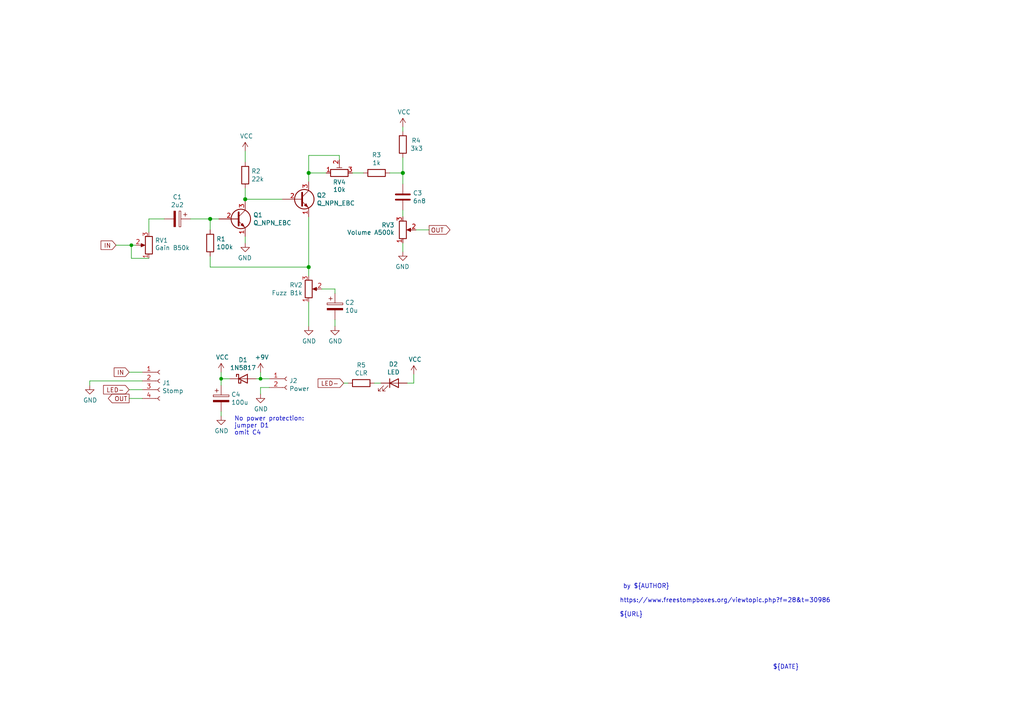
<source format=kicad_sch>
(kicad_sch (version 20201015) (generator eeschema)
  (page 1 1)
  (paper "A4")
  (lib_symbols
    (symbol "Connector:Conn_01x02_Female" (pin_names (offset 1.016) hide)
      (property "Reference" "J" (at 0 2.54 0))
      (property "Value" "Conn_01x02_Female" (at 0 -5.08 0))
      (symbol "Conn_01x02_Female_1_1"
        (arc (start 0 -2.032) (end 0 -3.048) (radius (at 0 -2.54) (length 0.508) (angles 90.1 -90.1)) (stroke (width 0.1524)))
        (arc (start 0 0.508) (end 0 -0.508) (radius (at 0 0) (length 0.508) (angles 90.1 -90.1)) (stroke (width 0.1524)))
        (polyline (pts (xy -1.27 -2.54) (xy -0.508 -2.54)) (stroke (width 0.1524)))
        (polyline (pts (xy -1.27 0) (xy -0.508 0)) (stroke (width 0.1524)))
        (pin passive line (at -5.08 0 0) (length 3.81) (name "Pin_1") (number "1"))
        (pin passive line (at -5.08 -2.54 0) (length 3.81) (name "Pin_2") (number "2"))
      )
    )
    (symbol "Connector:Conn_01x04_Female" (pin_names (offset 1.016) hide)
      (property "Reference" "J" (at 0 5.08 0))
      (property "Value" "Conn_01x04_Female" (at 0 -7.62 0))
      (symbol "Conn_01x04_Female_1_1"
        (arc (start 0 -4.572) (end 0 -5.588) (radius (at 0 -5.08) (length 0.508) (angles 90.1 -90.1)) (stroke (width 0.1524)))
        (arc (start 0 -2.032) (end 0 -3.048) (radius (at 0 -2.54) (length 0.508) (angles 90.1 -90.1)) (stroke (width 0.1524)))
        (arc (start 0 0.508) (end 0 -0.508) (radius (at 0 0) (length 0.508) (angles 90.1 -90.1)) (stroke (width 0.1524)))
        (arc (start 0 3.048) (end 0 2.032) (radius (at 0 2.54) (length 0.508) (angles 90.1 -90.1)) (stroke (width 0.1524)))
        (polyline (pts (xy -1.27 -5.08) (xy -0.508 -5.08)) (stroke (width 0.1524)))
        (polyline (pts (xy -1.27 -2.54) (xy -0.508 -2.54)) (stroke (width 0.1524)))
        (polyline (pts (xy -1.27 0) (xy -0.508 0)) (stroke (width 0.1524)))
        (polyline (pts (xy -1.27 2.54) (xy -0.508 2.54)) (stroke (width 0.1524)))
        (pin passive line (at -5.08 2.54 0) (length 3.81) (name "Pin_1") (number "1"))
        (pin passive line (at -5.08 0 0) (length 3.81) (name "Pin_2") (number "2"))
        (pin passive line (at -5.08 -2.54 0) (length 3.81) (name "Pin_3") (number "3"))
        (pin passive line (at -5.08 -5.08 0) (length 3.81) (name "Pin_4") (number "4"))
      )
    )
    (symbol "Device:C" (pin_numbers hide) (pin_names (offset 0.254))
      (property "Reference" "C" (at 0.635 2.54 0))
      (property "Value" "C" (at 0.635 -2.54 0))
      (symbol "C_0_1"
        (polyline (pts (xy -2.032 -0.762) (xy 2.032 -0.762)) (stroke (width 0.508)))
        (polyline (pts (xy -2.032 0.762) (xy 2.032 0.762)) (stroke (width 0.508)))
      )
      (symbol "C_1_1"
        (pin passive line (at 0 3.81 270) (length 2.794) (name "~") (number "1"))
        (pin passive line (at 0 -3.81 90) (length 2.794) (name "~") (number "2"))
      )
    )
    (symbol "Device:CP" (pin_numbers hide) (pin_names (offset 0.254))
      (property "Reference" "C" (at 0.635 2.54 0))
      (property "Value" "CP" (at 0.635 -2.54 0))
      (symbol "CP_0_1"
        (rectangle (start -2.286 0.508) (end 2.286 1.016))
        (rectangle (start 2.286 -0.508) (end -2.286 -1.016) (fill (type outline)))
        (polyline (pts (xy -1.778 2.286) (xy -0.762 2.286)))
        (polyline (pts (xy -1.27 2.794) (xy -1.27 1.778)))
      )
      (symbol "CP_1_1"
        (pin passive line (at 0 3.81 270) (length 2.794) (name "~") (number "1"))
        (pin passive line (at 0 -3.81 90) (length 2.794) (name "~") (number "2"))
      )
    )
    (symbol "Device:LED" (pin_numbers hide) (pin_names (offset 1.016) hide)
      (property "Reference" "D" (at 0 2.54 0))
      (property "Value" "LED" (at 0 -2.54 0))
      (symbol "LED_0_1"
        (polyline (pts (xy -1.27 -1.27) (xy -1.27 1.27)) (stroke (width 0.254)))
        (polyline (pts (xy -1.27 0) (xy 1.27 0)))
        (polyline (pts (xy 1.27 -1.27) (xy 1.27 1.27) (xy -1.27 0) (xy 1.27 -1.27)) (stroke (width 0.254)))
        (polyline (pts (xy -3.048 -0.762) (xy -4.572 -2.286) (xy -3.81 -2.286) (xy -4.572 -2.286) (xy -4.572 -1.524)))
        (polyline (pts (xy -1.778 -0.762) (xy -3.302 -2.286) (xy -2.54 -2.286) (xy -3.302 -2.286) (xy -3.302 -1.524)))
      )
      (symbol "LED_1_1"
        (pin passive line (at -3.81 0 0) (length 2.54) (name "K") (number "1"))
        (pin passive line (at 3.81 0 180) (length 2.54) (name "A") (number "2"))
      )
    )
    (symbol "Device:Q_NPN_EBC" (pin_names (offset 0) hide)
      (property "Reference" "Q" (at 5.08 1.27 0))
      (property "Value" "Q_NPN_EBC" (at 5.08 -1.27 0))
      (symbol "Q_NPN_EBC_0_1"
        (circle (center 1.27 0) (radius 2.8194) (stroke (width 0.254)))
        (polyline (pts (xy 0.635 0.635) (xy 2.54 2.54)))
        (polyline (pts (xy 0.635 -0.635) (xy 2.54 -2.54) (xy 2.54 -2.54)))
        (polyline (pts (xy 0.635 1.905) (xy 0.635 -1.905) (xy 0.635 -1.905)) (stroke (width 0.508)))
        (polyline (pts (xy 1.27 -1.778) (xy 1.778 -1.27) (xy 2.286 -2.286) (xy 1.27 -1.778) (xy 1.27 -1.778)) (fill (type outline)))
      )
      (symbol "Q_NPN_EBC_1_1"
        (pin passive line (at 2.54 -5.08 90) (length 2.54) (name "E") (number "1"))
        (pin passive line (at -5.08 0 0) (length 5.715) (name "B") (number "2"))
        (pin passive line (at 2.54 5.08 270) (length 2.54) (name "C") (number "3"))
      )
    )
    (symbol "Device:R" (pin_numbers hide) (pin_names (offset 0))
      (property "Reference" "R" (at 2.032 0 90))
      (property "Value" "R" (at 0 0 90))
      (symbol "R_0_1"
        (rectangle (start -1.016 -2.54) (end 1.016 2.54) (stroke (width 0.254)))
      )
      (symbol "R_1_1"
        (pin passive line (at 0 3.81 270) (length 1.27) (name "~") (number "1"))
        (pin passive line (at 0 -3.81 90) (length 1.27) (name "~") (number "2"))
      )
    )
    (symbol "Device:R_POT" (pin_names (offset 1.016) hide)
      (property "Reference" "RV" (at -4.445 0 90))
      (property "Value" "R_POT" (at -2.54 0 90))
      (symbol "R_POT_0_1"
        (rectangle (start 1.016 2.54) (end -1.016 -2.54) (stroke (width 0.254)))
        (polyline (pts (xy 2.54 0) (xy 1.524 0)))
        (polyline (pts (xy 1.143 0) (xy 2.286 0.508) (xy 2.286 -0.508) (xy 1.143 0)) (fill (type outline)))
      )
      (symbol "R_POT_1_1"
        (pin passive line (at 0 3.81 270) (length 1.27) (name "1") (number "1"))
        (pin passive line (at 3.81 0 180) (length 1.27) (name "2") (number "2"))
        (pin passive line (at 0 -3.81 90) (length 1.27) (name "3") (number "3"))
      )
    )
    (symbol "Device:R_POT_TRIM" (pin_names (offset 1.016) hide)
      (property "Reference" "RV" (at -4.445 0 90))
      (property "Value" "R_POT_TRIM" (at -2.54 0 90))
      (symbol "R_POT_TRIM_0_1"
        (rectangle (start 1.016 2.54) (end -1.016 -2.54) (stroke (width 0.254)))
        (polyline (pts (xy 1.524 0.762) (xy 1.524 -0.762)))
        (polyline (pts (xy 2.54 0) (xy 1.524 0)))
      )
      (symbol "R_POT_TRIM_1_1"
        (pin passive line (at 0 3.81 270) (length 1.27) (name "1") (number "1"))
        (pin passive line (at 3.81 0 180) (length 1.27) (name "2") (number "2"))
        (pin passive line (at 0 -3.81 90) (length 1.27) (name "3") (number "3"))
      )
    )
    (symbol "Diode:1N5817" (pin_numbers hide) (pin_names (offset 1.016) hide)
      (property "Reference" "D" (at 0 2.54 0))
      (property "Value" "1N5817" (at 0 -2.54 0))
      (symbol "1N5817_0_1"
        (polyline (pts (xy 1.27 0) (xy -1.27 0)))
        (polyline (pts (xy 1.27 1.27) (xy 1.27 -1.27) (xy -1.27 0) (xy 1.27 1.27)) (stroke (width 0.254)))
        (polyline (pts (xy -1.905 0.635) (xy -1.905 1.27) (xy -1.27 1.27) (xy -1.27 -1.27) (xy -0.635 -1.27) (xy -0.635 -0.635)) (stroke (width 0.254)))
      )
      (symbol "1N5817_1_1"
        (pin passive line (at -3.81 0 0) (length 2.54) (name "K") (number "1"))
        (pin passive line (at 3.81 0 180) (length 2.54) (name "A") (number "2"))
      )
    )
    (symbol "power:+9V" (power) (pin_names (offset 0))
      (property "Value" "+9V" (at 0 3.556 0))
      (symbol "+9V_0_1"
        (polyline (pts (xy -0.762 1.27) (xy 0 2.54)))
        (polyline (pts (xy 0 0) (xy 0 2.54)))
        (polyline (pts (xy 0 2.54) (xy 0.762 1.27)))
      )
      (symbol "+9V_1_1"
        (pin power_in line (at 0 0 90) (length 0) hide (name "+9V") (number "1"))
      )
    )
    (symbol "power:GND" (power) (pin_names (offset 0))
      (property "Value" "GND" (at 0 -3.81 0))
      (symbol "GND_0_1"
        (polyline (pts (xy 0 0) (xy 0 -1.27) (xy 1.27 -1.27) (xy 0 -2.54) (xy -1.27 -1.27) (xy 0 -1.27)))
      )
      (symbol "GND_1_1"
        (pin power_in line (at 0 0 270) (length 0) hide (name "GND") (number "1"))
      )
    )
    (symbol "power:VCC" (power) (pin_names (offset 0))
      (property "Value" "VCC" (at 0 3.81 0))
      (symbol "VCC_0_1"
        (polyline (pts (xy -0.762 1.27) (xy 0 2.54)))
        (polyline (pts (xy 0 0) (xy 0 2.54)))
        (polyline (pts (xy 0 2.54) (xy 0.762 1.27)))
      )
      (symbol "VCC_1_1"
        (pin power_in line (at 0 0 90) (length 0) hide (name "VCC") (number "1"))
      )
    )
  )
  (junction (at 38.1 71.12) (diameter 0.9144))
  (junction (at 60.96 63.5) (diameter 1.016))
  (junction (at 64.135 109.855) (diameter 0.9144))
  (junction (at 71.12 57.785) (diameter 1.016))
  (junction (at 75.565 109.855) (diameter 0.9144))
  (junction (at 89.535 50.165) (diameter 1.016))
  (junction (at 89.535 77.47) (diameter 1.016))
  (junction (at 116.84 50.165) (diameter 1.016))
  (wire (pts (xy 26.035 110.49) (xy 41.275 110.49)))
  (wire (pts (xy 26.035 111.76) (xy 26.035 110.49)))
  (wire (pts (xy 33.655 71.12) (xy 38.1 71.12)))
  (wire (pts (xy 37.465 107.95) (xy 41.275 107.95)))
  (wire (pts (xy 37.465 113.03) (xy 41.275 113.03)))
  (wire (pts (xy 37.465 115.57) (xy 41.275 115.57)))
  (wire (pts (xy 38.1 71.12) (xy 39.37 71.12)))
  (wire (pts (xy 38.1 74.93) (xy 38.1 71.12)))
  (wire (pts (xy 43.18 63.5) (xy 43.18 67.31)))
  (wire (pts (xy 43.18 74.93) (xy 38.1 74.93)))
  (wire (pts (xy 47.625 63.5) (xy 43.18 63.5)))
  (wire (pts (xy 55.245 63.5) (xy 60.96 63.5)))
  (wire (pts (xy 60.96 63.5) (xy 60.96 66.675)))
  (wire (pts (xy 60.96 63.5) (xy 63.5 63.5)))
  (wire (pts (xy 60.96 74.295) (xy 60.96 77.47)))
  (wire (pts (xy 60.96 77.47) (xy 89.535 77.47)))
  (wire (pts (xy 64.135 107.95) (xy 64.135 109.855)))
  (wire (pts (xy 64.135 109.855) (xy 64.135 111.76)))
  (wire (pts (xy 64.135 109.855) (xy 66.675 109.855)))
  (wire (pts (xy 64.135 119.38) (xy 64.135 120.65)))
  (wire (pts (xy 71.12 43.815) (xy 71.12 46.99)))
  (wire (pts (xy 71.12 54.61) (xy 71.12 57.785)))
  (wire (pts (xy 71.12 57.785) (xy 71.12 58.42)))
  (wire (pts (xy 71.12 68.58) (xy 71.12 70.485)))
  (wire (pts (xy 74.295 109.855) (xy 75.565 109.855)))
  (wire (pts (xy 75.565 107.95) (xy 75.565 109.855)))
  (wire (pts (xy 75.565 109.855) (xy 78.105 109.855)))
  (wire (pts (xy 75.565 112.395) (xy 78.105 112.395)))
  (wire (pts (xy 75.565 114.3) (xy 75.565 112.395)))
  (wire (pts (xy 81.915 57.785) (xy 71.12 57.785)))
  (wire (pts (xy 89.535 45.085) (xy 89.535 50.165)))
  (wire (pts (xy 89.535 50.165) (xy 89.535 52.705)))
  (wire (pts (xy 89.535 50.165) (xy 94.615 50.165)))
  (wire (pts (xy 89.535 62.865) (xy 89.535 77.47)))
  (wire (pts (xy 89.535 77.47) (xy 89.535 80.01)))
  (wire (pts (xy 89.535 87.63) (xy 89.535 94.615)))
  (wire (pts (xy 97.155 83.82) (xy 93.345 83.82)))
  (wire (pts (xy 97.155 85.09) (xy 97.155 83.82)))
  (wire (pts (xy 97.155 92.71) (xy 97.155 94.615)))
  (wire (pts (xy 98.425 45.085) (xy 89.535 45.085)))
  (wire (pts (xy 98.425 46.355) (xy 98.425 45.085)))
  (wire (pts (xy 99.695 111.125) (xy 100.965 111.125)))
  (wire (pts (xy 105.41 50.165) (xy 102.235 50.165)))
  (wire (pts (xy 108.585 111.125) (xy 110.49 111.125)))
  (wire (pts (xy 113.03 50.165) (xy 116.84 50.165)))
  (wire (pts (xy 116.84 36.83) (xy 116.84 38.1)))
  (wire (pts (xy 116.84 50.165) (xy 116.84 45.72)))
  (wire (pts (xy 116.84 50.165) (xy 116.84 53.34)))
  (wire (pts (xy 116.84 60.96) (xy 116.84 62.865)))
  (wire (pts (xy 116.84 70.485) (xy 116.84 73.025)))
  (wire (pts (xy 118.11 111.125) (xy 120.015 111.125)))
  (wire (pts (xy 120.015 111.125) (xy 120.015 108.585)))
  (wire (pts (xy 120.65 66.675) (xy 124.46 66.675)))
  (text "No power protection:\njumper D1\nomit C4" (at 67.945 126.365 0) (effects (font (size 1.27 1.27)) (justify left bottom)))
  (text "${TITLE} by ${AUTHOR}\n\nhttps://www.freestompboxes.org/viewtopic.php?f=28&t=30986\n\n${URL}" (at 179.705 179.07 0) (effects (font (size 1.27 1.27)) (justify left bottom)))
  (text "${TITLE}" (at 221.615 191.77 0) (effects (font (size 2 2)) (justify left bottom)))
  (text "${DATE}" (at 224.155 194.31 0) (effects (font (size 1.27 1.27)) (justify left bottom)))
  (text "${REVISION}\n" (at 273.685 194.31 0) (effects (font (size 1.27 1.27)) (justify left bottom)))
  (global_label "IN" (shape input) (at 33.655 71.12 180))
  (global_label "IN" (shape input) (at 37.465 107.95 180))
  (global_label "LED-" (shape input) (at 37.465 113.03 180))
  (global_label "OUT" (shape output) (at 37.465 115.57 180))
  (global_label "LED-" (shape input) (at 99.695 111.125 180))
  (global_label "OUT" (shape output) (at 124.46 66.675 0))
  (symbol (lib_id "power:VCC") (at 64.135 107.95 0) (unit 1)
    (property "Reference" "#PWR05" (effects hide))
    (property "Value" "VCC" (at 64.5033 103.6256 0))
  )
  (symbol (lib_id "power:VCC") (at 71.12 43.815 0) (unit 1)
    (property "Reference" "#PWR08" (effects hide))
    (property "Value" "VCC" (at 71.4883 39.4906 0))
  )
  (symbol (lib_id "power:+9V") (at 75.565 107.95 0) (unit 1)
    (property "Reference" "#PWR09" (effects hide))
    (property "Value" "+9V" (at 75.9333 103.6256 0))
  )
  (symbol (lib_id "power:VCC") (at 116.84 36.83 0) (unit 1)
    (property "Reference" "#PWR011" (effects hide))
    (property "Value" "VCC" (at 117.2083 32.5056 0))
  )
  (symbol (lib_id "power:VCC") (at 120.015 108.585 0) (unit 1)
    (property "Reference" "#PWR?" (effects hide))
    (property "Value" "VCC" (at 120.3833 104.2606 0))
  )
  (symbol (lib_id "power:GND") (at 26.035 111.76 0) (unit 1)
    (property "Reference" "#PWR01" (effects hide))
    (property "Value" "GND" (at 26.1493 116.0844 0))
  )
  (symbol (lib_id "power:GND") (at 64.135 120.65 0) (unit 1)
    (property "Reference" "#PWR07" (effects hide))
    (property "Value" "GND" (at 64.2493 124.9744 0))
  )
  (symbol (lib_id "power:GND") (at 71.12 70.485 0) (mirror y) (unit 1)
    (property "Reference" "#PWR02" (effects hide))
    (property "Value" "GND" (at 71.0057 74.8094 0))
  )
  (symbol (lib_id "power:GND") (at 75.565 114.3 0) (unit 1)
    (property "Reference" "#PWR010" (effects hide))
    (property "Value" "GND" (at 75.6793 118.6244 0))
  )
  (symbol (lib_id "power:GND") (at 89.535 94.615 0) (unit 1)
    (property "Reference" "#PWR03" (effects hide))
    (property "Value" "GND" (at 89.6493 98.9394 0))
  )
  (symbol (lib_id "power:GND") (at 97.155 94.615 0) (unit 1)
    (property "Reference" "#PWR04" (effects hide))
    (property "Value" "GND" (at 97.2693 98.9394 0))
  )
  (symbol (lib_id "power:GND") (at 116.84 73.025 0) (mirror y) (unit 1)
    (property "Reference" "#PWR06" (effects hide))
    (property "Value" "GND" (at 116.7257 77.3494 0))
  )
  (symbol (lib_id "Device:R") (at 60.96 70.485 0) (unit 1)
    (property "Reference" "R1" (at 62.7381 69.3356 0) (effects (justify left)))
    (property "Value" "100k" (at 62.7381 71.6343 0) (effects (justify left)))
    (property "Footprint" "rockola_kicad_footprints:R_DIN0207" (effects hide))
  )
  (symbol (lib_id "Device:R") (at 71.12 50.8 0) (unit 1)
    (property "Reference" "R2" (at 72.8981 49.6506 0) (effects (justify left)))
    (property "Value" "22k" (at 72.8981 51.9493 0) (effects (justify left)))
    (property "Footprint" "rockola_kicad_footprints:R_DIN0207" (effects hide))
  )
  (symbol (lib_id "Device:R") (at 104.775 111.125 90) (unit 1)
    (property "Reference" "R5" (at 104.775 105.8988 90))
    (property "Value" "CLR" (at 104.775 108.1975 90))
    (property "Footprint" "rockola_kicad_footprints:R_DIN0207" (effects hide))
  )
  (symbol (lib_id "Device:R") (at 109.22 50.165 270) (mirror x) (unit 1)
    (property "Reference" "R3" (at 109.22 44.9388 90))
    (property "Value" "1k" (at 109.22 47.2375 90))
    (property "Footprint" "rockola_kicad_footprints:R_DIN0207" (effects hide))
  )
  (symbol (lib_id "Device:R") (at 116.84 41.91 0) (mirror y) (unit 1)
    (property "Reference" "R4" (at 122.0469 40.7606 0) (effects (justify left)))
    (property "Value" "3k3" (at 122.6819 43.0593 0) (effects (justify left)))
    (property "Footprint" "rockola_kicad_footprints:R_DIN0207" (effects hide))
  )
  (symbol (lib_id "Diode:1N5817") (at 70.485 109.855 0) (unit 1)
    (property "Reference" "D1" (at 70.485 104.3748 0))
    (property "Value" "1N5817" (at 70.485 106.6735 0))
    (property "Footprint" "Diode_THT:D_DO-41_SOD81_P10.16mm_Horizontal" (effects hide))
    (property "Datasheet" "http://www.vishay.com/docs/88525/1n5817.pdf" (effects hide))
  )
  (symbol (lib_id "Connector:Conn_01x02_Female") (at 83.185 109.855 0) (unit 1)
    (property "Reference" "J2" (at 83.8963 110.4328 0) (effects (justify left)))
    (property "Value" "Power" (at 83.8963 112.7315 0) (effects (justify left)))
    (property "Footprint" "rockola_kicad_footprints:Power_Header_2pin_TOP" (effects hide))
  )
  (symbol (lib_id "Device:LED") (at 114.3 111.125 0) (unit 1)
    (property "Reference" "D2" (at 114.1095 105.6448 0))
    (property "Value" "LED" (at 114.1095 107.9435 0))
    (property "Footprint" "rockola_kicad_footprints:LED.3mm" (effects hide))
  )
  (symbol (lib_id "Device:CP") (at 51.435 63.5 270) (unit 1)
    (property "Reference" "C1" (at 51.435 57.1308 90))
    (property "Value" "2u2" (at 51.435 59.4295 90))
    (property "Footprint" "rockola_kicad_footprints:CP_D5.0_P2.50" (effects hide))
  )
  (symbol (lib_id "Device:CP") (at 64.135 115.57 0) (unit 1)
    (property "Reference" "C4" (at 67.0561 114.4206 0) (effects (justify left)))
    (property "Value" "100u" (at 67.0561 116.7193 0) (effects (justify left)))
    (property "Footprint" "rockola_kicad_footprints:CP_D6.3_P2.50" (effects hide))
  )
  (symbol (lib_id "Device:CP") (at 97.155 88.9 0) (unit 1)
    (property "Reference" "C2" (at 100.0761 87.7506 0) (effects (justify left)))
    (property "Value" "10u" (at 100.0761 90.0493 0) (effects (justify left)))
    (property "Footprint" "rockola_kicad_footprints:CP_D5.0_P2.50" (effects hide))
  )
  (symbol (lib_id "Device:C") (at 116.84 57.15 0) (unit 1)
    (property "Reference" "C3" (at 119.7611 56.0006 0) (effects (justify left)))
    (property "Value" "6n8" (at 119.7611 58.2993 0) (effects (justify left)))
    (property "Footprint" "rockola_kicad_footprints:C_Box_7.2_2.5" (effects hide))
  )
  (symbol (lib_id "Device:R_POT") (at 43.18 71.12 180) (unit 1)
    (property "Reference" "RV1" (at 44.9581 69.7294 0) (effects (justify right)))
    (property "Value" "Gain B50k" (at 44.958 71.876 0) (effects (justify right)))
    (property "Footprint" "potentiometers:16MM_B.MOUNT" (effects hide))
  )
  (symbol (lib_id "Device:R_POT") (at 89.535 83.82 0) (mirror x) (unit 1)
    (property "Reference" "RV2" (at 87.757 82.6706 0) (effects (justify right)))
    (property "Value" "Fuzz B1k" (at 87.757 84.9693 0) (effects (justify right)))
    (property "Footprint" "potentiometers:16MM_B.MOUNT" (effects hide))
  )
  (symbol (lib_id "Device:R_POT_TRIM") (at 98.425 50.165 90) (unit 1)
    (property "Reference" "RV4" (at 98.425 52.851 90))
    (property "Value" "10k" (at 98.425 54.997 90))
    (property "Footprint" "potentiometers:TRIM1" (effects hide))
  )
  (symbol (lib_id "Device:R_POT") (at 116.84 66.675 0) (mirror x) (unit 1)
    (property "Reference" "RV3" (at 114.427 65.284 0) (effects (justify right)))
    (property "Value" "Volume A500k" (at 114.4269 67.4307 0) (effects (justify right)))
    (property "Footprint" "potentiometers:16MM_B.MOUNT" (effects hide))
  )
  (symbol (lib_id "Connector:Conn_01x04_Female") (at 46.355 110.49 0) (unit 1)
    (property "Reference" "J1" (at 47.0663 111.0678 0) (effects (justify left)))
    (property "Value" "Stomp" (at 47.0663 113.3665 0) (effects (justify left)))
    (property "Footprint" "rockola_kicad_footprints:Stomp_4pin" (effects hide))
  )
  (symbol (lib_id "Device:Q_NPN_EBC") (at 68.58 63.5 0) (unit 1)
    (property "Reference" "Q1" (at 73.4315 62.3506 0) (effects (justify left)))
    (property "Value" "Q_NPN_EBC" (at 73.4315 64.6493 0) (effects (justify left)))
    (property "Footprint" "rockola_kicad_footprints:TO92_EBC" (effects hide))
  )
  (symbol (lib_id "Device:Q_NPN_EBC") (at 86.995 57.785 0) (unit 1)
    (property "Reference" "Q2" (at 91.8465 56.6356 0) (effects (justify left)))
    (property "Value" "Q_NPN_EBC" (at 91.8465 58.9343 0) (effects (justify left)))
    (property "Footprint" "rockola_kicad_footprints:TO92_EBC" (effects hide))
  )
)
</source>
